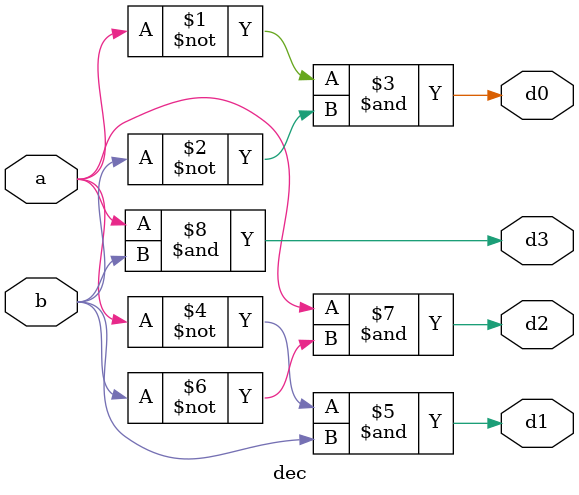
<source format=sv>
module dec(a,b,d0,d1,d2,d3);
input logic a,b;
output logic d0,d1,d2,d3;
assign d0=((~a) & (~b));
assign d1=((~a) & (b));
assign d2=((a) & (~b));
assign d3=((a) & (b));
endmodule

</source>
